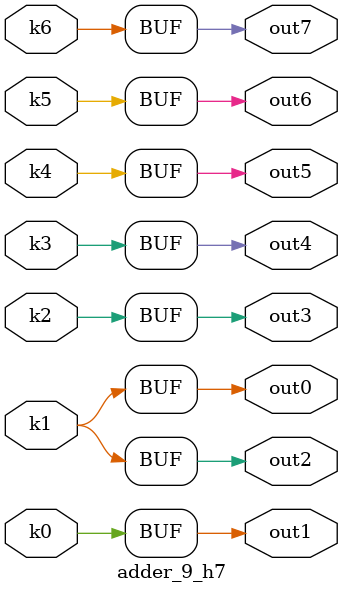
<source format=v>
module adder_9(pi00, pi01, pi02, pi03, pi04, pi05, pi06, pi07, pi08, pi09, pi10, pi11, pi12, po0, po1, po2, po3, po4, po5, po6, po7);
input pi00, pi01, pi02, pi03, pi04, pi05, pi06, pi07, pi08, pi09, pi10, pi11, pi12;
output po0, po1, po2, po3, po4, po5, po6, po7;
wire k0, k1, k2, k3, k4, k5, k6;
adder_9_w7 DUT1 (pi00, pi01, pi02, pi03, pi04, pi05, pi06, pi07, pi08, pi09, pi10, pi11, pi12, k0, k1, k2, k3, k4, k5, k6);
adder_9_h7 DUT2 (k0, k1, k2, k3, k4, k5, k6, po0, po1, po2, po3, po4, po5, po6, po7);
endmodule

module adder_9_w7(in12, in11, in10, in9, in8, in7, in6, in5, in4, in3, in2, in1, in0, k6, k5, k4, k3, k2, k1, k0);
input in12, in11, in10, in9, in8, in7, in6, in5, in4, in3, in2, in1, in0;
output k6, k5, k4, k3, k2, k1, k0;
assign k0 =   ((~in7 | ~in2) & (((~in8 | ~in3) & (((~in9 | ~in4) & (((~in11 | ~in6) & ((~in1 & ((~in12 & (~in5 | ~in10)) | (in0 & ~in10))) | (in0 & ~in5))) | (~in5 & (~in10 | (~in11 & ~in6))) | (~in11 & ~in6 & ~in10))) | (~in9 & ~in4))) | (~in8 & ~in3))) | (~in7 & ~in2);
assign k1 =   ((in7 ^ in2) & (((in8 | in3) & (((in9 | in4) & (((in11 | in6) & ((~in0 & ((in12 & (in5 | in10)) | (in1 & in10))) | (in1 & in5))) | (in5 & (in10 | (in11 & in6))) | (in11 & in6 & in10))) | (in9 & in4))) | (in8 & in3))) | ((~in7 ^ in2) & ((~in8 & ~in3) | ((~in8 | ~in3) & ((~in9 & ~in4) | ((~in9 | ~in4) & (((~in11 | ~in6) & ((~in1 & ((~in12 & (~in5 | ~in10)) | (in0 & ~in10))) | (in0 & ~in5))) | (~in5 & (~in10 | (~in11 & ~in6))) | (~in11 & ~in6 & ~in10)))))));
assign k2 =   ((in8 ^ in3) & (((in9 | in4) & (((in11 | in6) & ((~in0 & ((in12 & (in5 | in10)) | (in1 & in10))) | (in1 & in5))) | (in5 & (in10 | (in11 & in6))) | (in11 & in6 & in10))) | (in9 & in4))) | ((~in8 ^ in3) & ((~in9 & ~in4) | ((~in9 | ~in4) & (((~in11 | ~in6) & ((~in1 & ((~in12 & (~in5 | ~in10)) | (in0 & ~in10))) | (in0 & ~in5))) | (~in5 & (~in10 | (~in11 & ~in6))) | (~in11 & ~in6 & ~in10)))));
assign k3 =   ((in9 ^ in4) & (((in11 | in6) & ((~in0 & ((in12 & (in5 | in10)) | (in1 & in10))) | (in1 & in5))) | (in5 & (in10 | (in11 & in6))) | (in11 & in6 & in10))) | ((~in9 ^ in4) & (((~in11 | ~in6) & ((~in1 & ((~in12 & (~in5 | ~in10)) | (in0 & ~in10))) | (in0 & ~in5))) | (~in5 & (~in10 | (~in11 & ~in6))) | (~in11 & ~in6 & ~in10)));
assign k4 =   ((in5 ^ in10) & ((in12 & ~in0 & (in11 | in6)) | (in11 & in6))) | (in1 & (in11 | in6) & ((in5 & ~in10) | (~in0 & ~in5 & in10))) | ((~in5 ^ in10) & ((~in11 & ~in6) | (~in12 & ~in1 & (~in11 | ~in6)))) | (in0 & (~in11 | ~in6) & ((~in5 & ~in10) | (~in1 & in5 & in10)));
assign k5 =   (~in0 & (in11 ^ in6) & (in12 | in1)) | (~in1 & (~in11 ^ in6) & (~in12 | in0));
assign k6 =   (~in12 & (in1 | in0)) | (~in1 & ~in0 & in12);
endmodule

module adder_9_h7(k6, k5, k4, k3, k2, k1, k0, out7, out6, out5, out4, out3, out2, out1, out0);
input k6, k5, k4, k3, k2, k1, k0;
output out7, out6, out5, out4, out3, out2, out1, out0;
assign out0 = k1;
assign out1 = k0;
assign out2 = k1;
assign out3 = k2;
assign out4 = k3;
assign out5 = k4;
assign out6 = k5;
assign out7 = k6;
endmodule

</source>
